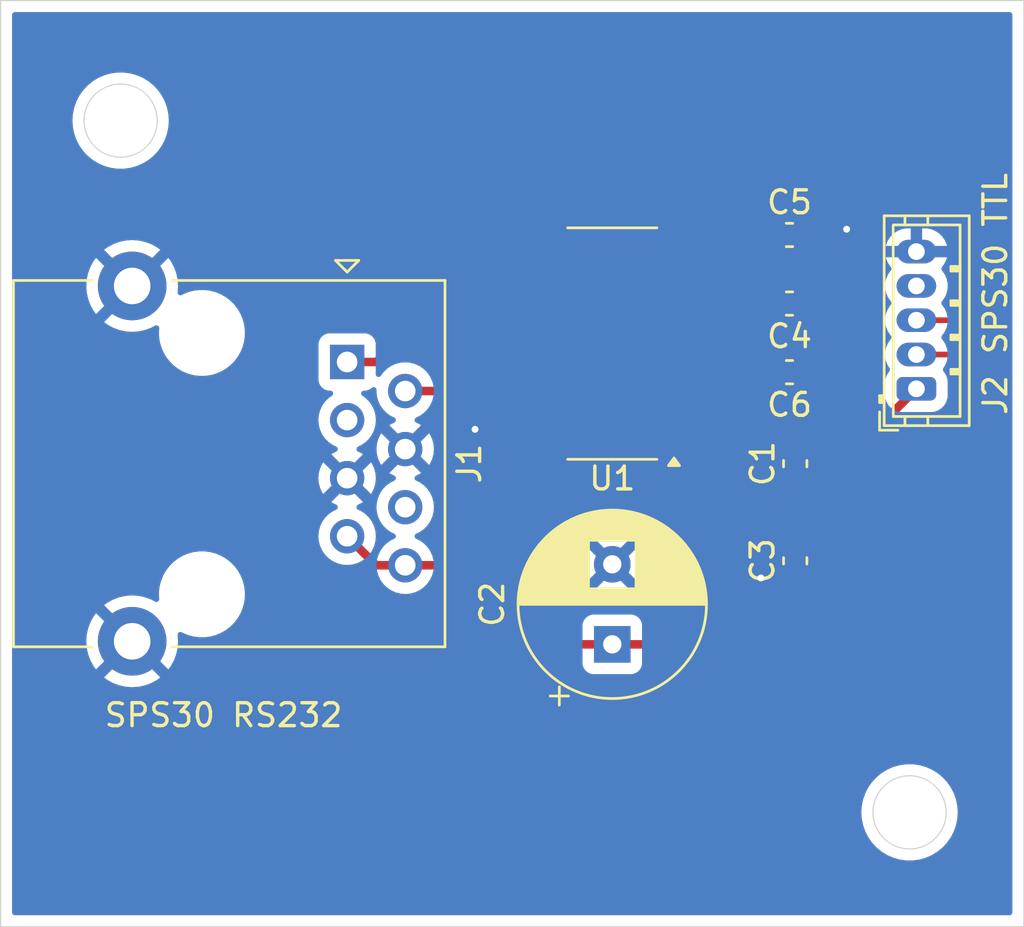
<source format=kicad_pcb>
(kicad_pcb (version 20240108) (generator "pcbnew") (generator_version "8.0")
  (layers (0 "F.Cu" signal) (31 "B.Cu" signal) (34 "B.Paste" user) (35 "F.Paste" user) (36 "B.SilkS" user "B.Silkscreen") (37 "F.SilkS" user "F.Silkscreen") (38 "B.Mask" user) (39 "F.Mask" user) (44 "Edge.Cuts" user))
  (net 0 "")
  (net 1 "Net-(U1-C1+)")
  (net 2 "Net-(U1-C1-)")
  (net 3 "+5V")
  (net 4 "GND")
  (net 5 "Net-(U1-C2+)")
  (net 6 "Net-(U1-C2-)")
  (net 7 "Net-(U1-VS-)")
  (net 8 "Net-(U1-VS+)")
  (net 9 "Net-(U1-R1IN)")
  (net 10 "Net-(U1-T1OUT)")
  (net 13 "Sensor RX")
  (net 14 "Sensor TX")
  (footprint "Capacitor_SMD:C_0603_1608Metric" (layer "F.Cu") (at 77.25 42.5 180)
    (property "Reference" "C4" (at 0 -1.43 0) (layer "F.SilkS"))
    (property "Value" "100n")
    (fp_line (start -0.14058 0.51) (end 0.14058 0.51) (stroke (width 0.12)) (layer "F.SilkS"))
    (fp_line (start -0.14058 -0.51) (end 0.14058 -0.51) (stroke (width 0.12)) (layer "F.SilkS"))
    (pad "1" smd roundrect (at -0.775 0 180) (size 0.9 0.95) (layers "F.Cu" "F.Paste" "F.Mask") (net 5 "Net-(U1-C2+)"))
    (pad "2" smd roundrect (at 0.775 0 180) (size 0.9 0.95) (layers "F.Cu" "F.Paste" "F.Mask") (net 6 "Net-(U1-C2-)"))
  )
  (footprint "Capacitor_THT:CP_Radial_D8.0mm_P3.50mm" (layer "F.Cu") (at 69.5 57.402651 90)
    (property "Reference" "C2" (at 1.75 -5.25 90) (layer "F.SilkS"))
    (property "Value" "47uF/16V")
    (fp_line (start 1.83 -4.08) (end 1.83 4.08) (stroke (width 0.12)) (layer "F.SilkS"))
    (fp_line (start 1.79 -4.08) (end 1.79 4.08) (stroke (width 0.12)) (layer "F.SilkS"))
    (fp_line (start 1.75 -4.08) (end 1.75 4.08) (stroke (width 0.12)) (layer "F.SilkS"))
    (fp_line (start 1.87 -4.079) (end 1.87 4.079) (stroke (width 0.12)) (layer "F.SilkS"))
    (fp_line (start 1.91 -4.077) (end 1.91 4.077) (stroke (width 0.12)) (layer "F.SilkS"))
    (fp_line (start 1.95 -4.076) (end 1.95 4.076) (stroke (width 0.12)) (layer "F.SilkS"))
    (fp_line (start 1.99 -4.074) (end 1.99 4.074) (stroke (width 0.12)) (layer "F.SilkS"))
    (fp_line (start 2.03 -4.071) (end 2.03 4.071) (stroke (width 0.12)) (layer "F.SilkS"))
    (fp_line (start 2.07 -4.068) (end 2.07 4.068) (stroke (width 0.12)) (layer "F.SilkS"))
    (fp_line (start 2.11 -4.065) (end 2.11 4.065) (stroke (width 0.12)) (layer "F.SilkS"))
    (fp_line (start 2.15 -4.061) (end 2.15 4.061) (stroke (width 0.12)) (layer "F.SilkS"))
    (fp_line (start 2.19 -4.057) (end 2.19 4.057) (stroke (width 0.12)) (layer "F.SilkS"))
    (fp_line (start 2.23 -4.052) (end 2.23 4.052) (stroke (width 0.12)) (layer "F.SilkS"))
    (fp_line (start 2.27 -4.048) (end 2.27 4.048) (stroke (width 0.12)) (layer "F.SilkS"))
    (fp_line (start 2.31 -4.042) (end 2.31 4.042) (stroke (width 0.12)) (layer "F.SilkS"))
    (fp_line (start 2.35 -4.037) (end 2.35 4.037) (stroke (width 0.12)) (layer "F.SilkS"))
    (fp_line (start 2.39 -4.03) (end 2.39 4.03) (stroke (width 0.12)) (layer "F.SilkS"))
    (fp_line (start 2.43 -4.024) (end 2.43 4.024) (stroke (width 0.12)) (layer "F.SilkS"))
    (fp_line (start 2.471 -4.017) (end 2.471 -1.04) (stroke (width 0.12)) (layer "F.SilkS"))
    (fp_line (start 2.511 -4.01) (end 2.511 -1.04) (stroke (width 0.12)) (layer "F.SilkS"))
    (fp_line (start 2.551 -4.002) (end 2.551 -1.04) (stroke (width 0.12)) (layer "F.SilkS"))
    (fp_line (start 2.591 -3.994) (end 2.591 -1.04) (stroke (width 0.12)) (layer "F.SilkS"))
    (fp_line (start 2.631 -3.985) (end 2.631 -1.04) (stroke (width 0.12)) (layer "F.SilkS"))
    (fp_line (start 2.671 -3.976) (end 2.671 -1.04) (stroke (width 0.12)) (layer "F.SilkS"))
    (fp_line (start 2.711 -3.967) (end 2.711 -1.04) (stroke (width 0.12)) (layer "F.SilkS"))
    (fp_line (start 2.751 -3.957) (end 2.751 -1.04) (stroke (width 0.12)) (layer "F.SilkS"))
    (fp_line (start 2.791 -3.947) (end 2.791 -1.04) (stroke (width 0.12)) (layer "F.SilkS"))
    (fp_line (start 2.831 -3.936) (end 2.831 -1.04) (stroke (width 0.12)) (layer "F.SilkS"))
    (fp_line (start 2.871 -3.925) (end 2.871 -1.04) (stroke (width 0.12)) (layer "F.SilkS"))
    (fp_line (start 2.911 -3.914) (end 2.911 -1.04) (stroke (width 0.12)) (layer "F.SilkS"))
    (fp_line (start 2.951 -3.902) (end 2.951 -1.04) (stroke (width 0.12)) (layer "F.SilkS"))
    (fp_line (start 2.991 -3.889) (end 2.991 -1.04) (stroke (width 0.12)) (layer "F.SilkS"))
    (fp_line (start 3.031 -3.877) (end 3.031 -1.04) (stroke (width 0.12)) (layer "F.SilkS"))
    (fp_line (start 3.071 -3.863) (end 3.071 -1.04) (stroke (width 0.12)) (layer "F.SilkS"))
    (fp_line (start 3.111 -3.85) (end 3.111 -1.04) (stroke (width 0.12)) (layer "F.SilkS"))
    (fp_line (start 3.151 -3.835) (end 3.151 -1.04) (stroke (width 0.12)) (layer "F.SilkS"))
    (fp_line (start 3.191 -3.821) (end 3.191 -1.04) (stroke (width 0.12)) (layer "F.SilkS"))
    (fp_line (start 3.231 -3.805) (end 3.231 -1.04) (stroke (width 0.12)) (layer "F.SilkS"))
    (fp_line (start 3.271 -3.79) (end 3.271 -1.04) (stroke (width 0.12)) (layer "F.SilkS"))
    (fp_line (start 3.311 -3.774) (end 3.311 -1.04) (stroke (width 0.12)) (layer "F.SilkS"))
    (fp_line (start 3.351 -3.757) (end 3.351 -1.04) (stroke (width 0.12)) (layer "F.SilkS"))
    (fp_line (start 3.391 -3.74) (end 3.391 -1.04) (stroke (width 0.12)) (layer "F.SilkS"))
    (fp_line (start 3.431 -3.722) (end 3.431 -1.04) (stroke (width 0.12)) (layer "F.SilkS"))
    (fp_line (start 3.471 -3.704) (end 3.471 -1.04) (stroke (width 0.12)) (layer "F.SilkS"))
    (fp_line (start 3.511 -3.686) (end 3.511 -1.04) (stroke (width 0.12)) (layer "F.SilkS"))
    (fp_line (start 3.551 -3.666) (end 3.551 -1.04) (stroke (width 0.12)) (layer "F.SilkS"))
    (fp_line (start 3.591 -3.647) (end 3.591 -1.04) (stroke (width 0.12)) (layer "F.SilkS"))
    (fp_line (start 3.631 -3.627) (end 3.631 -1.04) (stroke (width 0.12)) (layer "F.SilkS"))
    (fp_line (start 3.671 -3.606) (end 3.671 -1.04) (stroke (width 0.12)) (layer "F.SilkS"))
    (fp_line (start 3.711 -3.584) (end 3.711 -1.04) (stroke (width 0.12)) (layer "F.SilkS"))
    (fp_line (start 3.751 -3.562) (end 3.751 -1.04) (stroke (width 0.12)) (layer "F.SilkS"))
    (fp_line (start 3.791 -3.54) (end 3.791 -1.04) (stroke (width 0.12)) (layer "F.SilkS"))
    (fp_line (start 3.831 -3.517) (end 3.831 -1.04) (stroke (width 0.12)) (layer "F.SilkS"))
    (fp_line (start 3.871 -3.493) (end 3.871 -1.04) (stroke (width 0.12)) (layer "F.SilkS"))
    (fp_line (start 3.911 -3.469) (end 3.911 -1.04) (stroke (width 0.12)) (layer "F.SilkS"))
    (fp_line (start 3.951 -3.444) (end 3.951 -1.04) (stroke (width 0.12)) (layer "F.SilkS"))
    (fp_line (start 3.991 -3.418) (end 3.991 -1.04) (stroke (width 0.12)) (layer "F.SilkS"))
    (fp_line (start 4.031 -3.392) (end 4.031 -1.04) (stroke (width 0.12)) (layer "F.SilkS"))
    (fp_line (start 4.071 -3.365) (end 4.071 -1.04) (stroke (width 0.12)) (layer "F.SilkS"))
    (fp_line (start 4.111 -3.338) (end 4.111 -1.04) (stroke (width 0.12)) (layer "F.SilkS"))
    (fp_line (start 4.151 -3.309) (end 4.151 -1.04) (stroke (width 0.12)) (layer "F.SilkS"))
    (fp_line (start 4.191 -3.28) (end 4.191 -1.04) (stroke (width 0.12)) (layer "F.SilkS"))
    (fp_line (start 4.231 -3.25) (end 4.231 -1.04) (stroke (width 0.12)) (layer "F.SilkS"))
    (fp_line (start 4.271 -3.22) (end 4.271 -1.04) (stroke (width 0.12)) (layer "F.SilkS"))
    (fp_line (start 4.311 -3.189) (end 4.311 -1.04) (stroke (width 0.12)) (layer "F.SilkS"))
    (fp_line (start 4.351 -3.156) (end 4.351 -1.04) (stroke (width 0.12)) (layer "F.SilkS"))
    (fp_line (start 4.391 -3.124) (end 4.391 -1.04) (stroke (width 0.12)) (layer "F.SilkS"))
    (fp_line (start 4.431 -3.09) (end 4.431 -1.04) (stroke (width 0.12)) (layer "F.SilkS"))
    (fp_line (start 4.471 -3.055) (end 4.471 -1.04) (stroke (width 0.12)) (layer "F.SilkS"))
    (fp_line (start 4.511 -3.019) (end 4.511 -1.04) (stroke (width 0.12)) (layer "F.SilkS"))
    (fp_line (start 4.551 -2.983) (end 4.551 2.983) (stroke (width 0.12)) (layer "F.SilkS"))
    (fp_line (start 4.591 -2.945) (end 4.591 2.945) (stroke (width 0.12)) (layer "F.SilkS"))
    (fp_line (start 4.631 -2.907) (end 4.631 2.907) (stroke (width 0.12)) (layer "F.SilkS"))
    (fp_line (start 4.671 -2.867) (end 4.671 2.867) (stroke (width 0.12)) (layer "F.SilkS"))
    (fp_line (start 4.711 -2.826) (end 4.711 2.826) (stroke (width 0.12)) (layer "F.SilkS"))
    (fp_line (start 4.751 -2.784) (end 4.751 2.784) (stroke (width 0.12)) (layer "F.SilkS"))
    (fp_line (start 4.791 -2.741) (end 4.791 2.741) (stroke (width 0.12)) (layer "F.SilkS"))
    (fp_line (start -2.259698 -2.715) (end -2.259698 -1.915) (stroke (width 0.12)) (layer "F.SilkS"))
    (fp_line (start 4.831 -2.697) (end 4.831 2.697) (stroke (width 0.12)) (layer "F.SilkS"))
    (fp_line (start 4.871 -2.651) (end 4.871 2.651) (stroke (width 0.12)) (layer "F.SilkS"))
    (fp_line (start 4.911 -2.604) (end 4.911 2.604) (stroke (width 0.12)) (layer "F.SilkS"))
    (fp_line (start 4.951 -2.556) (end 4.951 2.556) (stroke (width 0.12)) (layer "F.SilkS"))
    (fp_line (start 4.991 -2.505) (end 4.991 2.505) (stroke (width 0.12)) (layer "F.SilkS"))
    (fp_line (start 5.031 -2.454) (end 5.031 2.454) (stroke (width 0.12)) (layer "F.SilkS"))
    (fp_line (start 5.071 -2.4) (end 5.071 2.4) (stroke (width 0.12)) (layer "F.SilkS"))
    (fp_line (start 5.111 -2.345) (end 5.111 2.345) (stroke (width 0.12)) (layer "F.SilkS"))
    (fp_line (start -2.659698 -2.315) (end -1.859698 -2.315) (stroke (width 0.12)) (layer "F.SilkS"))
    (fp_line (start 5.151 -2.287) (end 5.151 2.287) (stroke (width 0.12)) (layer "F.SilkS"))
    (fp_line (start 5.191 -2.228) (end 5.191 2.228) (stroke (width 0.12)) (layer "F.SilkS"))
    (fp_line (start 5.231 -2.166) (end 5.231 2.166) (stroke (width 0.12)) (layer "F.SilkS"))
    (fp_line (start 5.271 -2.102) (end 5.271 2.102) (stroke (width 0.12)) (layer "F.SilkS"))
    (fp_line (start 5.311 -2.034) (end 5.311 2.034) (stroke (width 0.12)) (layer "F.SilkS"))
    (fp_line (start 5.351 -1.964) (end 5.351 1.964) (stroke (width 0.12)) (layer "F.SilkS"))
    (fp_line (start 5.391 -1.89) (end 5.391 1.89) (stroke (width 0.12)) (layer "F.SilkS"))
    (fp_line (start 5.431 -1.813) (end 5.431 1.813) (stroke (width 0.12)) (layer "F.SilkS"))
    (fp_line (start 5.471 -1.731) (end 5.471 1.731) (stroke (width 0.12)) (layer "F.SilkS"))
    (fp_line (start 5.511 -1.645) (end 5.511 1.645) (stroke (width 0.12)) (layer "F.SilkS"))
    (fp_line (start 5.551 -1.552) (end 5.551 1.552) (stroke (width 0.12)) (layer "F.SilkS"))
    (fp_line (start 5.591 -1.453) (end 5.591 1.453) (stroke (width 0.12)) (layer "F.SilkS"))
    (fp_line (start 5.631 -1.346) (end 5.631 1.346) (stroke (width 0.12)) (layer "F.SilkS"))
    (fp_line (start 5.671 -1.229) (end 5.671 1.229) (stroke (width 0.12)) (layer "F.SilkS"))
    (fp_line (start 5.711 -1.098) (end 5.711 1.098) (stroke (width 0.12)) (layer "F.SilkS"))
    (fp_line (start 5.751 -0.948) (end 5.751 0.948) (stroke (width 0.12)) (layer "F.SilkS"))
    (fp_line (start 5.791 -0.768) (end 5.791 0.768) (stroke (width 0.12)) (layer "F.SilkS"))
    (fp_line (start 5.831 -0.533) (end 5.831 0.533) (stroke (width 0.12)) (layer "F.SilkS"))
    (fp_line (start 4.511 1.04) (end 4.511 3.019) (stroke (width 0.12)) (layer "F.SilkS"))
    (fp_line (start 4.471 1.04) (end 4.471 3.055) (stroke (width 0.12)) (layer "F.SilkS"))
    (fp_line (start 4.431 1.04) (end 4.431 3.09) (stroke (width 0.12)) (layer "F.SilkS"))
    (fp_line (start 4.391 1.04) (end 4.391 3.124) (stroke (width 0.12)) (layer "F.SilkS"))
    (fp_line (start 4.351 1.04) (end 4.351 3.156) (stroke (width 0.12)) (layer "F.SilkS"))
    (fp_line (start 4.311 1.04) (end 4.311 3.189) (stroke (width 0.12)) (layer "F.SilkS"))
    (fp_line (start 4.271 1.04) (end 4.271 3.22) (stroke (width 0.12)) (layer "F.SilkS"))
    (fp_line (start 4.231 1.04) (end 4.231 3.25) (stroke (width 0.12)) (layer "F.SilkS"))
    (fp_line (start 4.191 1.04) (end 4.191 3.28) (stroke (width 0.12)) (layer "F.SilkS"))
    (fp_line (start 4.151 1.04) (end 4.151 3.309) (stroke (width 0.12)) (layer "F.SilkS"))
    (fp_line (start 4.111 1.04) (end 4.111 3.338) (stroke (width 0.12)) (layer "F.SilkS"))
    (fp_line (start 4.071 1.04) (end 4.071 3.365) (stroke (width 0.12)) (layer "F.SilkS"))
    (fp_line (start 4.031 1.04) (end 4.031 3.392) (stroke (width 0.12)) (layer "F.SilkS"))
    (fp_line (start 3.991 1.04) (end 3.991 3.418) (stroke (width 0.12)) (layer "F.SilkS"))
    (fp_line (start 3.951 1.04) (end 3.951 3.444) (stroke (width 0.12)) (layer "F.SilkS"))
    (fp_line (start 3.911 1.04) (end 3.911 3.469) (stroke (width 0.12)) (layer "F.SilkS"))
    (fp_line (start 3.871 1.04) (end 3.871 3.493) (stroke (width 0.12)) (layer "F.SilkS"))
    (fp_line (start 3.831 1.04) (end 3.831 3.517) (stroke (width 0.12)) (layer "F.SilkS"))
    (fp_line (start 3.791 1.04) (end 3.791 3.54) (stroke (width 0.12)) (layer "F.SilkS"))
    (fp_line (start 3.751 1.04) (end 3.751 3.562) (stroke (width 0.12)) (layer "F.SilkS"))
    (fp_line (start 3.711 1.04) (end 3.711 3.584) (stroke (width 0.12)) (layer "F.SilkS"))
    (fp_line (start 3.671 1.04) (end 3.671 3.606) (stroke (width 0.12)) (layer "F.SilkS"))
    (fp_line (start 3.631 1.04) (end 3.631 3.627) (stroke (width 0.12)) (layer "F.SilkS"))
    (fp_line (start 3.591 1.04) (end 3.591 3.647) (stroke (width 0.12)) (layer "F.SilkS"))
    (fp_line (start 3.551 1.04) (end 3.551 3.666) (stroke (width 0.12)) (layer "F.SilkS"))
    (fp_line (start 3.511 1.04) (end 3.511 3.686) (stroke (width 0.12)) (layer "F.SilkS"))
    (fp_line (start 3.471 1.04) (end 3.471 3.704) (stroke (width 0.12)) (layer "F.SilkS"))
    (fp_line (start 3.431 1.04) (end 3.431 3.722) (stroke (width 0.12)) (layer "F.SilkS"))
    (fp_line (start 3.391 1.04) (end 3.391 3.74) (stroke (width 0.12)) (layer "F.SilkS"))
    (fp_line (start 3.351 1.04) (end 3.351 3.757) (stroke (width 0.12)) (layer "F.SilkS"))
    (fp_line (start 3.311 1.04) (end 3.311 3.774) (stroke (width 0.12)) (layer "F.SilkS"))
    (fp_line (start 3.271 1.04) (end 3.271 3.79) (stroke (width 0.12)) (layer "F.SilkS"))
    (fp_line (start 3.231 1.04) (end 3.231 3.805) (stroke (width 0.12)) (layer "F.SilkS"))
    (fp_line (start 3.191 1.04) (end 3.191 3.821) (stroke (width 0.12)) (layer "F.SilkS"))
    (fp_line (start 3.151 1.04) (end 3.151 3.835) (stroke (width 0.12)) (layer "F.SilkS"))
    (fp_line (start 3.111 1.04) (end 3.111 3.85) (stroke (width 0.12)) (layer "F.SilkS"))
    (fp_line (start 3.071 1.04) (end 3.071 3.863) (stroke (width 0.12)) (layer "F.SilkS"))
    (fp_line (start 3.031 1.04) (end 3.031 3.877) (stroke (width 0.12)) (layer "F.SilkS"))
    (fp_line (start 2.991 1.04) (end 2.991 3.889) (stroke (width 0.12)) (layer "F.SilkS"))
    (fp_line (start 2.951 1.04) (end 2.951 3.902) (stroke (width 0.12)) (layer "F.SilkS"))
    (fp_line (start 2.911 1.04) (end 2.911 3.914) (stroke (width 0.12)) (layer "F.SilkS"))
    (fp_line (start 2.871 1.04) (end 2.871 3.925) (stroke (width 0.12)) (layer "F.SilkS"))
    (fp_line (start 2.831 1.04) (end 2.831 3.936) (stroke (width 0.12)) (layer "F.SilkS"))
    (fp_line (start 2.791 1.04) (end 2.791 3.947) (stroke (width 0.12)) (layer "F.SilkS"))
    (fp_line (start 2.751 1.04) (end 2.751 3.957) (stroke (width 0.12)) (layer "F.SilkS"))
    (fp_line (start 2.711 1.04) (end 2.711 3.967) (stroke (width 0.12)) (layer "F.SilkS"))
    (fp_line (start 2.671 1.04) (end 2.671 3.976) (stroke (width 0.12)) (layer "F.SilkS"))
    (fp_line (start 2.631 1.04) (end 2.631 3.985) (stroke (width 0.12)) (layer "F.SilkS"))
    (fp_line (start 2.591 1.04) (end 2.591 3.994) (stroke (width 0.12)) (layer "F.SilkS"))
    (fp_line (start 2.551 1.04) (end 2.551 4.002) (stroke (width 0.12)) (layer "F.SilkS"))
    (fp_line (start 2.511 1.04) (end 2.511 4.01) (stroke (width 0.12)) (layer "F.SilkS"))
    (fp_line (start 2.471 1.04) (end 2.471 4.017) (stroke (width 0.12)) (layer "F.SilkS"))
    (fp_circle (center 1.75 0) (end 5.87 0) (stroke (width 0.12)) (fill none) (layer "F.SilkS"))
    (pad "1" thru_hole rect (at 0 0 90) (size 1.6 1.6) (drill 0.8) (layers "*.Cu" "*.Mask") (net 3 "+5V"))
    (pad "2" thru_hole circle (at 3.5 0 90) (size 1.6 1.6) (drill 0.8) (layers "*.Cu" "*.Mask") (net 4 "GND"))
  )
  (footprint "footprints:JST_ZH_B5B-ZR_1x5_P1.50mm_Vertical" (layer "F.Cu") (at 82.8 46.228 90)
    (property "Reference" "J2" (at -0.272 3.45 90) (layer "F.SilkS"))
    (property "Value" "SPS30 TTL" (at 5.478 3.45 90) (layer "F.SilkS"))
    (fp_line (start -0.3 -1.61) (end -0.6 -1.61) (stroke (width 0.12)) (layer "F.SilkS"))
    (fp_line (start -0.6 -1.61) (end -0.6 -1.41) (stroke (width 0.12)) (layer "F.SilkS"))
    (fp_line (start -1.01 -1.61) (end -1.81 -1.61) (stroke (width 0.12)) (layer "F.SilkS"))
    (fp_line (start -1.81 -1.61) (end -1.81 -0.81) (stroke (width 0.12)) (layer "F.SilkS"))
    (fp_line (start -0.3 -1.51) (end -0.6 -1.51) (stroke (width 0.12)) (layer "F.SilkS"))
    (fp_line (start 7.566 -1.41) (end -1.61 -1.41) (stroke (width 0.12)) (layer "F.SilkS"))
    (fp_line (start -0.3 -1.41) (end -0.3 -1.61) (stroke (width 0.12)) (layer "F.SilkS"))
    (fp_line (start -1.61 -1.41) (end -1.61 2.31) (stroke (width 0.12)) (layer "F.SilkS"))
    (fp_line (start 7.112 -1.016) (end -1.21 -1.01) (stroke (width 0.12)) (layer "F.SilkS"))
    (fp_line (start -1.21 -1.01) (end -1.21 1.91) (stroke (width 0.12)) (layer "F.SilkS"))
    (fp_line (start 7.566 -0.5) (end 7.166 -0.5) (stroke (width 0.12)) (layer "F.SilkS"))
    (fp_line (start -1.61 -0.5) (end -1.21 -0.5) (stroke (width 0.12)) (layer "F.SilkS"))
    (fp_line (start 7.566 0.5) (end 7.166 0.5) (stroke (width 0.12)) (layer "F.SilkS"))
    (fp_line (start -1.61 0.5) (end -1.21 0.5) (stroke (width 0.12)) (layer "F.SilkS"))
    (fp_line (start 5.35 1.51) (end 5.35 1.91) (stroke (width 0.12)) (layer "F.SilkS"))
    (fp_line (start 5.15 1.51) (end 5.35 1.51) (stroke (width 0.12)) (layer "F.SilkS"))
    (fp_line (start 3.85 1.51) (end 3.85 1.91) (stroke (width 0.12)) (layer "F.SilkS"))
    (fp_line (start 3.65 1.51) (end 3.85 1.51) (stroke (width 0.12)) (layer "F.SilkS"))
    (fp_line (start 2.35 1.51) (end 2.35 1.91) (stroke (width 0.12)) (layer "F.SilkS"))
    (fp_line (start 2.15 1.51) (end 2.35 1.51) (stroke (width 0.12)) (layer "F.SilkS"))
    (fp_line (start 0.85 1.51) (end 0.85 1.91) (stroke (width 0.12)) (layer "F.SilkS"))
    (fp_line (start 0.65 1.51) (end 0.85 1.51) (stroke (width 0.12)) (layer "F.SilkS"))
    (fp_line (start 7.166 1.91) (end 7.166 -1.01) (stroke (width 0.12)) (layer "F.SilkS"))
    (fp_line (start 5.25 1.91) (end 5.25 1.51) (stroke (width 0.12)) (layer "F.SilkS"))
    (fp_line (start 5.15 1.91) (end 5.15 1.51) (stroke (width 0.12)) (layer "F.SilkS"))
    (fp_line (start 3.75 1.91) (end 3.75 1.51) (stroke (width 0.12)) (layer "F.SilkS"))
    (fp_line (start 3.65 1.91) (end 3.65 1.51) (stroke (width 0.12)) (layer "F.SilkS"))
    (fp_line (start 2.25 1.91) (end 2.25 1.51) (stroke (width 0.12)) (layer "F.SilkS"))
    (fp_line (start 2.15 1.91) (end 2.15 1.51) (stroke (width 0.12)) (layer "F.SilkS"))
    (fp_line (start 0.75 1.91) (end 0.75 1.51) (stroke (width 0.12)) (layer "F.SilkS"))
    (fp_line (start 0.65 1.91) (end 0.65 1.51) (stroke (width 0.12)) (layer "F.SilkS"))
    (fp_line (start -1.21 1.91) (end 7.166 1.91) (stroke (width 0.12)) (layer "F.SilkS"))
    (fp_line (start 7.566 2.31) (end 7.566 -1.41) (stroke (width 0.12)) (layer "F.SilkS"))
    (fp_line (start -1.61 2.31) (end 7.566 2.31) (stroke (width 0.12)) (layer "F.SilkS"))
    (pad "1" thru_hole roundrect (at 0 0 90) (size 1.03 1.73) (drill 0.73) (layers "*.Cu" "*.Mask") (roundrect_rratio 0.242718) (net 3 "+5V"))
    (pad "2" thru_hole oval (at 1.5 0 90) (size 1.03 1.73) (drill 0.73) (layers "*.Cu" "*.Mask") (net 13 "Sensor RX"))
    (pad "3" thru_hole oval (at 3 0 90) (size 1.03 1.73) (drill 0.73) (layers "*.Cu" "*.Mask") (net 14 "Sensor TX"))
    (pad "4" thru_hole oval (at 4.5 0 90) (size 1.03 1.73) (drill 0.73) (layers "*.Cu" "*.Mask"))
    (pad "5" thru_hole oval (at 6 0 90) (size 1.03 1.73) (drill 0.73) (layers "*.Cu" "*.Mask") (net 4 "GND"))
  )
  (footprint "Capacitor_SMD:C_0603_1608Metric" (layer "F.Cu") (at 77.25 39.5)
    (property "Reference" "C5" (at 0 -1.43 0) (layer "F.SilkS"))
    (property "Value" "100n")
    (fp_line (start -0.14058 -0.51) (end 0.14058 -0.51) (stroke (width 0.12)) (layer "F.SilkS"))
    (fp_line (start -0.14058 0.51) (end 0.14058 0.51) (stroke (width 0.12)) (layer "F.SilkS"))
    (pad "1" smd roundrect (at -0.775 0) (size 0.9 0.95) (layers "F.Cu" "F.Paste" "F.Mask") (net 7 "Net-(U1-VS-)"))
    (pad "2" smd roundrect (at 0.775 0) (size 0.9 0.95) (layers "F.Cu" "F.Paste" "F.Mask") (net 4 "GND"))
  )
  (footprint "Capacitor_SMD:C_0603_1608Metric" (layer "F.Cu") (at 77.5 49.5 90)
    (property "Reference" "C1" (at 0 -1.43 90) (layer "F.SilkS"))
    (property "Value" "100n")
    (fp_line (start -0.14058 -0.51) (end 0.14058 -0.51) (stroke (width 0.12)) (layer "F.SilkS"))
    (fp_line (start -0.14058 0.51) (end 0.14058 0.51) (stroke (width 0.12)) (layer "F.SilkS"))
    (pad "1" smd roundrect (at -0.775 0 90) (size 0.9 0.95) (layers "F.Cu" "F.Paste" "F.Mask") (net 1 "Net-(U1-C1+)"))
    (pad "2" smd roundrect (at 0.775 0 90) (size 0.9 0.95) (layers "F.Cu" "F.Paste" "F.Mask") (net 2 "Net-(U1-C1-)"))
  )
  (footprint "Package_SO:SO-16_3.9x9.9mm_P1.27mm" (layer "F.Cu") (at 69.5 44.25 180)
    (property "Reference" "U1" (at 0 -5.9 0) (layer "F.SilkS"))
    (property "Value" "MAX232A")
    (fp_line (start 0 5.06) (end 1.95 5.06) (stroke (width 0.12)) (layer "F.SilkS"))
    (fp_line (start 0 5.06) (end -1.95 5.06) (stroke (width 0.12)) (layer "F.SilkS"))
    (fp_line (start 0 -5.06) (end 1.95 -5.06) (stroke (width 0.12)) (layer "F.SilkS"))
    (fp_line (start 0 -5.06) (end -1.95 -5.06) (stroke (width 0.12)) (layer "F.SilkS"))
    (fp_poly (pts (xy -2.7 -5.005) (xy -2.94 -5.335) (xy -2.46 -5.335) (xy -2.7 -5.005)) (stroke (width 0.12)) (fill solid) (layer "F.SilkS"))
    (pad "1" smd roundrect (at -2.575 -4.445 180) (size 1.75 0.6) (layers "F.Cu" "F.Paste" "F.Mask") (net 1 "Net-(U1-C1+)"))
    (pad "2" smd roundrect (at -2.575 -3.175 180) (size 1.75 0.6) (layers "F.Cu" "F.Paste" "F.Mask") (net 8 "Net-(U1-VS+)"))
    (pad "3" smd roundrect (at -2.575 -1.905 180) (size 1.75 0.6) (layers "F.Cu" "F.Paste" "F.Mask") (net 2 "Net-(U1-C1-)"))
    (pad "4" smd roundrect (at -2.575 -0.635 180) (size 1.75 0.6) (layers "F.Cu" "F.Paste" "F.Mask") (net 5 "Net-(U1-C2+)"))
    (pad "5" smd roundrect (at -2.575 0.635 180) (size 1.75 0.6) (layers "F.Cu" "F.Paste" "F.Mask") (net 6 "Net-(U1-C2-)"))
    (pad "6" smd roundrect (at -2.575 1.905 180) (size 1.75 0.6) (layers "F.Cu" "F.Paste" "F.Mask") (net 7 "Net-(U1-VS-)"))
    (pad "7" smd roundrect (at -2.575 3.175 180) (size 1.75 0.6) (layers "F.Cu" "F.Paste" "F.Mask"))
    (pad "8" smd roundrect (at -2.575 4.445 180) (size 1.75 0.6) (layers "F.Cu" "F.Paste" "F.Mask"))
    (pad "9" smd roundrect (at 2.575 4.445 180) (size 1.75 0.6) (layers "F.Cu" "F.Paste" "F.Mask"))
    (pad "10" smd roundrect (at 2.575 3.175 180) (size 1.75 0.6) (layers "F.Cu" "F.Paste" "F.Mask"))
    (pad "11" smd roundrect (at 2.575 1.905 180) (size 1.75 0.6) (layers "F.Cu" "F.Paste" "F.Mask") (net 14 "Sensor TX"))
    (pad "12" smd roundrect (at 2.575 0.635 180) (size 1.75 0.6) (layers "F.Cu" "F.Paste" "F.Mask") (net 13 "Sensor RX"))
    (pad "13" smd roundrect (at 2.575 -0.635 180) (size 1.75 0.6) (layers "F.Cu" "F.Paste" "F.Mask") (net 9 "Net-(U1-R1IN)"))
    (pad "14" smd roundrect (at 2.575 -1.905 180) (size 1.75 0.6) (layers "F.Cu" "F.Paste" "F.Mask") (net 10 "Net-(U1-T1OUT)"))
    (pad "15" smd roundrect (at 2.575 -3.175 180) (size 1.75 0.6) (layers "F.Cu" "F.Paste" "F.Mask") (net 4 "GND"))
    (pad "16" smd roundrect (at 2.575 -4.445 180) (size 1.75 0.6) (layers "F.Cu" "F.Paste" "F.Mask") (net 3 "+5V"))
  )
  (footprint "Capacitor_SMD:C_0603_1608Metric" (layer "F.Cu") (at 77.5 53.75 90)
    (property "Reference" "C3" (at 0 -1.43 90) (layer "F.SilkS"))
    (property "Value" "100n")
    (fp_line (start -0.14058 -0.51) (end 0.14058 -0.51) (stroke (width 0.12)) (layer "F.SilkS"))
    (fp_line (start -0.14058 0.51) (end 0.14058 0.51) (stroke (width 0.12)) (layer "F.SilkS"))
    (pad "1" smd roundrect (at -0.775 0 90) (size 0.9 0.95) (layers "F.Cu" "F.Paste" "F.Mask") (net 4 "GND"))
    (pad "2" smd roundrect (at 0.775 0 90) (size 0.9 0.95) (layers "F.Cu" "F.Paste" "F.Mask") (net 3 "+5V"))
  )
  (footprint "Connector_RJ:RJ45_Ninigi_GE" (layer "F.Cu") (at 57.905 45.055 -90)
    (property "Reference" "J1" (at 4.445 -5.34 90) (layer "F.SilkS"))
    (property "Value" "SPS30 RS232" (at 15.445 5.405 0) (layer "F.SilkS"))
    (fp_line (start 12.455 14.59) (end -3.565 14.59) (stroke (width 0.12)) (layer "F.SilkS"))
    (fp_line (start -3.565 11.15) (end -3.565 14.59) (stroke (width 0.12)) (layer "F.SilkS"))
    (fp_line (start 12.455 11.15) (end 12.455 14.59) (stroke (width 0.12)) (layer "F.SilkS"))
    (fp_line (start -4.441 0.508) (end -3.933 0) (stroke (width 0.12)) (layer "F.SilkS"))
    (fp_line (start -3.933 0) (end -4.441 -0.508) (stroke (width 0.12)) (layer "F.SilkS"))
    (fp_line (start -4.441 -0.508) (end -4.441 0.508) (stroke (width 0.12)) (layer "F.SilkS"))
    (fp_line (start -3.565 -4.28) (end -3.565 7.65) (stroke (width 0.12)) (layer "F.SilkS"))
    (fp_line (start 12.455 -4.28) (end 12.455 7.65) (stroke (width 0.12)) (layer "F.SilkS"))
    (fp_line (start 12.455 -4.28) (end -3.565 -4.28) (stroke (width 0.12)) (layer "F.SilkS"))
    (pad "" np_thru_hole circle (at -1.27 6.35 270) (size 3.25 3.25) (drill 3.25) (layers "*.Cu" "*.Mask"))
    (pad "" np_thru_hole circle (at 10.16 6.35 90) (size 3.25 3.25) (drill 3.25) (layers "*.Cu" "*.Mask"))
    (pad "1" thru_hole rect (at 0 0 90) (size 1.5 1.5) (drill 0.9) (layers "*.Cu" "*.Mask") (net 9 "Net-(U1-R1IN)"))
    (pad "2" thru_hole circle (at 1.27 -2.54 90) (size 1.5 1.5) (drill 0.9) (layers "*.Cu" "*.Mask") (net 10 "Net-(U1-T1OUT)"))
    (pad "3" thru_hole circle (at 2.54 0 90) (size 1.5 1.5) (drill 0.9) (layers "*.Cu" "*.Mask"))
    (pad "4" thru_hole circle (at 3.81 -2.54 90) (size 1.5 1.5) (drill 0.9) (layers "*.Cu" "*.Mask") (net 4 "GND"))
    (pad "5" thru_hole circle (at 5.08 0 90) (size 1.5 1.5) (drill 0.9) (layers "*.Cu" "*.Mask") (net 4 "GND"))
    (pad "6" thru_hole circle (at 6.35 -2.54 90) (size 1.5 1.5) (drill 0.9) (layers "*.Cu" "*.Mask"))
    (pad "7" thru_hole circle (at 7.62 0 90) (size 1.5 1.5) (drill 0.9) (layers "*.Cu" "*.Mask") (net 3 "+5V"))
    (pad "8" thru_hole circle (at 8.89 -2.54 90) (size 1.5 1.5) (drill 0.9) (layers "*.Cu" "*.Mask") (net 3 "+5V"))
    (pad "SH" thru_hole circle (at -3.325 9.4 270) (size 3 3) (drill 1.6) (layers "*.Cu" "*.Mask") (net 4 "GND"))
    (pad "SH" thru_hole circle (at 12.215 9.4 90) (size 3 3) (drill 1.6) (layers "*.Cu" "*.Mask") (net 4 "GND"))
  )
  (footprint "Capacitor_SMD:C_0603_1608Metric" (layer "F.Cu") (at 77.25 45.5 180)
    (property "Reference" "C6" (at 0 -1.43 0) (layer "F.SilkS"))
    (property "Value" "100n")
    (fp_line (start -0.14058 0.51) (end 0.14058 0.51) (stroke (width 0.12)) (layer "F.SilkS"))
    (fp_line (start -0.14058 -0.51) (end 0.14058 -0.51) (stroke (width 0.12)) (layer "F.SilkS"))
    (pad "1" smd roundrect (at -0.775 0 180) (size 0.9 0.95) (layers "F.Cu" "F.Paste" "F.Mask") (net 3 "+5V"))
    (pad "2" smd roundrect (at 0.775 0 180) (size 0.9 0.95) (layers "F.Cu" "F.Paste" "F.Mask") (net 8 "Net-(U1-VS+)"))
  )
  (gr_line (start 42.75 69.75) (end 87.5 69.75) (stroke (width 0.05)) (layer "Edge.Cuts"))
  (gr_line (start 87.5 69.75) (end 87.5 29.25) (stroke (width 0.05)) (layer "Edge.Cuts"))
  (gr_line (start 87.5 29.25) (end 42.75 29.25) (stroke (width 0.05)) (layer "Edge.Cuts"))
  (gr_circle (center 82.5 64.75) (end 84.1 64.75) (stroke (width 0.05)) (fill none) (layer "Edge.Cuts"))
  (gr_circle (center 48 34.5) (end 49.6 34.5) (stroke (width 0.05)) (fill none) (layer "Edge.Cuts"))
  (gr_line (start 42.75 29.25) (end 42.75 69.75) (stroke (width 0.05)) (layer "Edge.Cuts"))
  (segment (start 75.525 50.275) (end 73.945 48.695) (width 0.25) (layer "F.Cu") (net 1))
  (segment (start 77.5 50.275) (end 75.525 50.275) (width 0.25) (layer "F.Cu") (net 1))
  (segment (start 73.945 48.695) (end 72.075 48.695) (width 0.25) (layer "F.Cu") (net 1))
  (segment (start 77.5 48.725) (end 76.475 48.725) (width 0.25) (layer "F.Cu") (net 2))
  (segment (start 73.905 46.155) (end 72.075 46.155) (width 0.25) (layer "F.Cu") (net 2))
  (segment (start 76.475 48.725) (end 73.905 46.155) (width 0.25) (layer "F.Cu") (net 2))
  (segment (start 69.5 57.402651) (end 78.097349 57.402651) (width 0.375) (layer "F.Cu") (net 3))
  (segment (start 79.25 52.75) (end 79.25 49.778) (width 0.375) (layer "F.Cu") (net 3))
  (segment (start 78.025 46.275) (end 79.25 47.5) (width 0.25) (layer "F.Cu") (net 3))
  (segment (start 79.25 56.25) (end 79.25 52.75) (width 0.375) (layer "F.Cu") (net 3))
  (segment (start 69.5 57.402651) (end 66.762651 57.402651) (width 0.375) (layer "F.Cu") (net 3))
  (segment (start 79.25 49.778) (end 82.8 46.228) (width 0.375) (layer "F.Cu") (net 3))
  (segment (start 79.025 52.975) (end 79.25 52.75) (width 0.375) (layer "F.Cu") (net 3))
  (segment (start 63.305 53.945) (end 64.5 52.75) (width 0.375) (layer "F.Cu") (net 3))
  (segment (start 66.762651 57.402651) (end 63.305 53.945) (width 0.375) (layer "F.Cu") (net 3))
  (segment (start 64.5 52.75) (end 64.5 49.5) (width 0.375) (layer "F.Cu") (net 3))
  (segment (start 60.445 53.945) (end 63.305 53.945) (width 0.375) (layer "F.Cu") (net 3))
  (segment (start 64.5 49.5) (end 65.305 48.695) (width 0.375) (layer "F.Cu") (net 3))
  (segment (start 78.097349 57.402651) (end 79.25 56.25) (width 0.375) (layer "F.Cu") (net 3))
  (segment (start 78.025 45.5) (end 78.025 46.275) (width 0.25) (layer "F.Cu") (net 3))
  (segment (start 65.305 48.695) (end 66.925 48.695) (width 0.375) (layer "F.Cu") (net 3))
  (segment (start 59.175 53.945) (end 57.905 52.675) (width 0.375) (layer "F.Cu") (net 3))
  (segment (start 79.25 47.5) (end 79.25 49.778) (width 0.25) (layer "F.Cu") (net 3))
  (segment (start 77.5 52.975) (end 79.025 52.975) (width 0.375) (layer "F.Cu") (net 3))
  (segment (start 60.445 53.945) (end 59.175 53.945) (width 0.375) (layer "F.Cu") (net 3))
  (segment (start 77.5 54.525) (end 76.025 54.525) (width 0.25) (layer "F.Cu") (net 4))
  (segment (start 66.925 47.425) (end 64.075 47.425) (width 0.25) (layer "F.Cu") (net 4))
  (segment (start 76.025 54.525) (end 76 54.5) (width 0.25) (layer "F.Cu") (net 4))
  (segment (start 78.025 39.5) (end 79.5 39.5) (width 0.25) (layer "F.Cu") (net 4))
  (segment (start 79.5 39.5) (end 79.75 39.25) (width 0.25) (layer "F.Cu") (net 4))
  (segment (start 64.075 47.425) (end 63.5 48) (width 0.25) (layer "F.Cu") (net 4))
  (via (at 79.75 39.25) (size 0.6) (drill 0.3) (layers "F.Cu" "B.Cu") (net 4))
  (via (at 63.5 48) (size 0.6) (drill 0.3) (layers "F.Cu" "B.Cu") (net 4))
  (via (at 76 54.5) (size 0.6) (drill 0.3) (layers "F.Cu" "B.Cu") (net 4))
  (segment (start 77.5 44) (end 78.025 43.475) (width 0.25) (layer "F.Cu") (net 5))
  (segment (start 78.025 43.475) (end 78.025 42.5) (width 0.25) (layer "F.Cu") (net 5))
  (segment (start 75.5 44) (end 77.5 44) (width 0.25) (layer "F.Cu") (net 5))
  (segment (start 72.075 44.885) (end 74.615 44.885) (width 0.25) (layer "F.Cu") (net 5))
  (segment (start 74.615 44.885) (end 75.5 44) (width 0.25) (layer "F.Cu") (net 5))
  (segment (start 75.25 42.5) (end 76.475 42.5) (width 0.25) (layer "F.Cu") (net 6))
  (segment (start 72.075 43.615) (end 74.135 43.615) (width 0.25) (layer "F.Cu") (net 6))
  (segment (start 74.135 43.615) (end 75.25 42.5) (width 0.25) (layer "F.Cu") (net 6))
  (segment (start 72.075 42.345) (end 73.63 42.345) (width 0.25) (layer "F.Cu") (net 7))
  (segment (start 73.63 42.345) (end 76.475 39.5) (width 0.25) (layer "F.Cu") (net 7))
  (segment (start 70.6 47.425) (end 70.25 47.075) (width 0.25) (layer "F.Cu") (net 8))
  (segment (start 76.445 45.53) (end 76.475 45.5) (width 0.25) (layer "F.Cu") (net 8))
  (segment (start 72.075 47.425) (end 70.6 47.425) (width 0.25) (layer "F.Cu") (net 8))
  (segment (start 70.25 47.075) (end 70.25 46) (width 0.25) (layer "F.Cu") (net 8))
  (segment (start 70.72 45.53) (end 76.445 45.53) (width 0.25) (layer "F.Cu") (net 8))
  (segment (start 70.25 46) (end 70.72 45.53) (width 0.25) (layer "F.Cu") (net 8))
  (segment (start 59.365 44.885) (end 59.195 45.055) (width 0.375) (layer "F.Cu") (net 9))
  (segment (start 59.195 45.055) (end 57.905 45.055) (width 0.375) (layer "F.Cu") (net 9))
  (segment (start 66.925 44.885) (end 59.365 44.885) (width 0.375) (layer "F.Cu") (net 9))
  (segment (start 66.925 46.155) (end 62.345 46.155) (width 0.375) (layer "F.Cu") (net 10))
  (segment (start 62.175 46.325) (end 60.445 46.325) (width 0.375) (layer "F.Cu") (net 10))
  (segment (start 62.345 46.155) (end 62.175 46.325) (width 0.375) (layer "F.Cu") (net 10))
  (segment (start 85.75 37.5) (end 85.75 43.75) (width 0.25) (layer "F.Cu") (net 13))
  (segment (start 85.75 43.75) (end 84.75 44.75) (width 0.25) (layer "F.Cu") (net 13))
  (segment (start 65 43) (end 65 37.25) (width 0.25) (layer "F.Cu") (net 13))
  (segment (start 84.728 44.728) (end 82.8 44.728) (width 0.25) (layer "F.Cu") (net 13))
  (segment (start 66.25 36) (end 84.25 36) (width 0.25) (layer "F.Cu") (net 13))
  (segment (start 84.25 36) (end 85.75 37.5) (width 0.25) (layer "F.Cu") (net 13))
  (segment (start 65.615 43.615) (end 65 43) (width 0.25) (layer "F.Cu") (net 13))
  (segment (start 66.925 43.615) (end 65.615 43.615) (width 0.25) (layer "F.Cu") (net 13))
  (segment (start 84.75 44.75) (end 84.728 44.728) (width 0.25) (layer "F.Cu") (net 13))
  (segment (start 65 37.25) (end 66.25 36) (width 0.25) (layer "F.Cu") (net 13))
  (segment (start 68.75 37.5) (end 69.5 36.75) (width 0.25) (layer "F.Cu") (net 14))
  (segment (start 66.925 42.345) (end 68.155 42.345) (width 0.25) (layer "F.Cu") (net 14))
  (segment (start 68.75 41.75) (end 68.75 37.5) (width 0.25) (layer "F.Cu") (net 14))
  (segment (start 84.25 43.25) (end 84.228 43.228) (width 0.25) (layer "F.Cu") (net 14))
  (segment (start 85 42.5) (end 84.25 43.25) (width 0.25) (layer "F.Cu") (net 14))
  (segment (start 84 36.75) (end 85 37.75) (width 0.25) (layer "F.Cu") (net 14))
  (segment (start 85 37.75) (end 85 42.5) (width 0.25) (layer "F.Cu") (net 14))
  (segment (start 84.228 43.228) (end 82.8 43.228) (width 0.25) (layer "F.Cu") (net 14))
  (segment (start 68.155 42.345) (end 68.75 41.75) (width 0.25) (layer "F.Cu") (net 14))
  (segment (start 69.5 36.75) (end 84 36.75) (width 0.25) (layer "F.Cu") (net 14))
  (zone (net 4) (net_name "GND") (layer "B.Cu") (connect_pads (clearance 0.5)) (min_thickness 0.25) (fill yes (thermal_gap 0.5) (thermal_bridge_width 0.5))
    (polygon (pts (xy 42.75 29.25) (xy 42.75 69.75) (xy 87.5 69.75) (xy 87.5 29.25)))
  )
)
</source>
